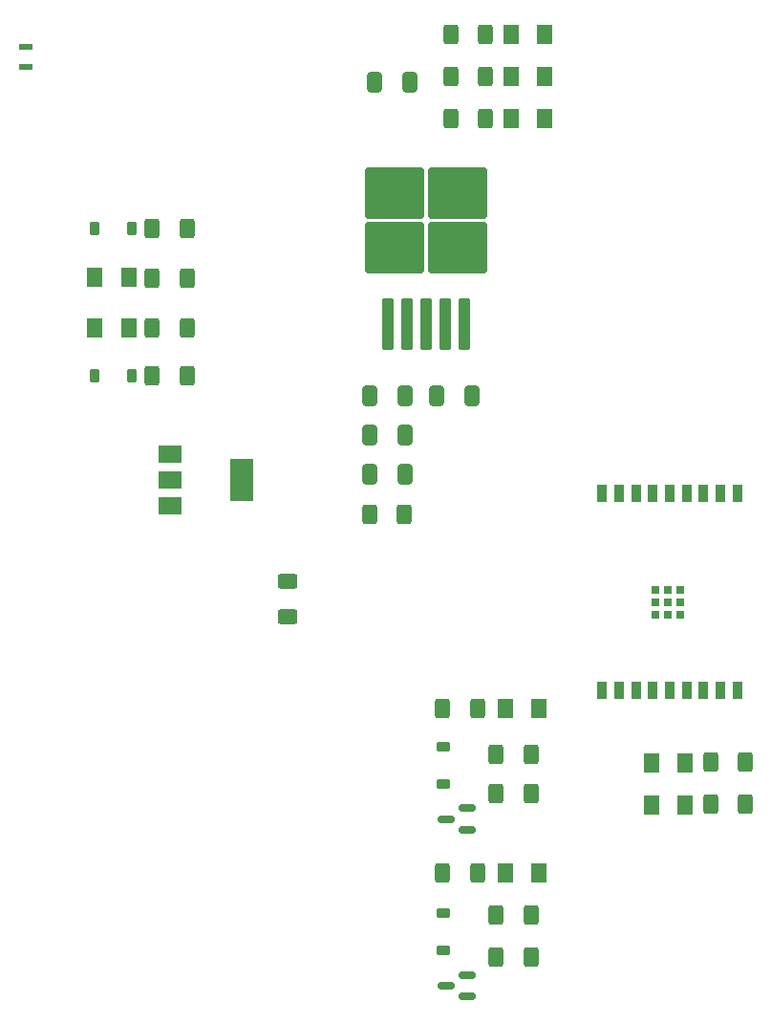
<source format=gbr>
%TF.GenerationSoftware,KiCad,Pcbnew,7.0.2*%
%TF.CreationDate,2024-04-28T14:31:10+04:00*%
%TF.ProjectId,Hope,486f7065-2e6b-4696-9361-645f70636258,rev?*%
%TF.SameCoordinates,Original*%
%TF.FileFunction,Paste,Top*%
%TF.FilePolarity,Positive*%
%FSLAX46Y46*%
G04 Gerber Fmt 4.6, Leading zero omitted, Abs format (unit mm)*
G04 Created by KiCad (PCBNEW 7.0.2) date 2024-04-28 14:31:10*
%MOMM*%
%LPD*%
G01*
G04 APERTURE LIST*
G04 Aperture macros list*
%AMRoundRect*
0 Rectangle with rounded corners*
0 $1 Rounding radius*
0 $2 $3 $4 $5 $6 $7 $8 $9 X,Y pos of 4 corners*
0 Add a 4 corners polygon primitive as box body*
4,1,4,$2,$3,$4,$5,$6,$7,$8,$9,$2,$3,0*
0 Add four circle primitives for the rounded corners*
1,1,$1+$1,$2,$3*
1,1,$1+$1,$4,$5*
1,1,$1+$1,$6,$7*
1,1,$1+$1,$8,$9*
0 Add four rect primitives between the rounded corners*
20,1,$1+$1,$2,$3,$4,$5,0*
20,1,$1+$1,$4,$5,$6,$7,0*
20,1,$1+$1,$6,$7,$8,$9,0*
20,1,$1+$1,$8,$9,$2,$3,0*%
G04 Aperture macros list end*
%ADD10R,0.900000X1.500000*%
%ADD11R,0.700000X0.700000*%
%ADD12RoundRect,0.250000X0.400000X0.625000X-0.400000X0.625000X-0.400000X-0.625000X0.400000X-0.625000X0*%
%ADD13RoundRect,0.250001X-0.462499X-0.624999X0.462499X-0.624999X0.462499X0.624999X-0.462499X0.624999X0*%
%ADD14RoundRect,0.250000X-0.400000X-0.625000X0.400000X-0.625000X0.400000X0.625000X-0.400000X0.625000X0*%
%ADD15RoundRect,0.225000X0.225000X0.375000X-0.225000X0.375000X-0.225000X-0.375000X0.225000X-0.375000X0*%
%ADD16RoundRect,0.250000X-0.412500X-0.650000X0.412500X-0.650000X0.412500X0.650000X-0.412500X0.650000X0*%
%ADD17RoundRect,0.225000X-0.375000X0.225000X-0.375000X-0.225000X0.375000X-0.225000X0.375000X0.225000X0*%
%ADD18RoundRect,0.250001X0.462499X0.624999X-0.462499X0.624999X-0.462499X-0.624999X0.462499X-0.624999X0*%
%ADD19RoundRect,0.250000X0.300000X-2.050000X0.300000X2.050000X-0.300000X2.050000X-0.300000X-2.050000X0*%
%ADD20RoundRect,0.250000X2.375000X-2.025000X2.375000X2.025000X-2.375000X2.025000X-2.375000X-2.025000X0*%
%ADD21RoundRect,0.250000X-0.625000X0.400000X-0.625000X-0.400000X0.625000X-0.400000X0.625000X0.400000X0*%
%ADD22R,1.250000X0.600000*%
%ADD23R,2.000000X1.500000*%
%ADD24R,2.000000X3.800000*%
%ADD25RoundRect,0.150000X0.587500X0.150000X-0.587500X0.150000X-0.587500X-0.150000X0.587500X-0.150000X0*%
G04 APERTURE END LIST*
D10*
%TO.C,U3*%
X165100000Y-103140000D03*
X163600000Y-103140000D03*
X162100000Y-103140000D03*
X160600000Y-103140000D03*
X159100000Y-103140000D03*
X157600000Y-103140000D03*
X156100000Y-103140000D03*
X154600000Y-103140000D03*
X153100000Y-103140000D03*
X153100000Y-120640000D03*
X154600000Y-120640000D03*
X156100000Y-120640000D03*
X157600000Y-120640000D03*
X159100000Y-120640000D03*
X160600000Y-120640000D03*
X162100000Y-120640000D03*
X163600000Y-120640000D03*
X165100000Y-120640000D03*
D11*
X160000000Y-111750000D03*
X158900000Y-111750000D03*
X157800000Y-111750000D03*
X160000000Y-112800000D03*
X158900000Y-112800000D03*
X157800000Y-112800000D03*
X160000000Y-113950000D03*
X158900000Y-113950000D03*
X157800000Y-113950000D03*
%TD*%
D12*
%TO.C,R16*%
X162700000Y-130700000D03*
X165800000Y-130700000D03*
%TD*%
D13*
%TO.C,DL1*%
X108162500Y-84056666D03*
X111137500Y-84056666D03*
%TD*%
D14*
%TO.C,R3*%
X139700000Y-70000000D03*
X142800000Y-70000000D03*
%TD*%
D15*
%TO.C,D11*%
X111400000Y-92750000D03*
X108100000Y-92750000D03*
%TD*%
D16*
%TO.C,C10*%
X132500000Y-101500000D03*
X135625000Y-101500000D03*
%TD*%
%TO.C,C4*%
X132500000Y-98000000D03*
X135625000Y-98000000D03*
%TD*%
D17*
%TO.C,D6*%
X139000000Y-125600000D03*
X139000000Y-128900000D03*
%TD*%
D14*
%TO.C,R2*%
X139700000Y-66250000D03*
X142800000Y-66250000D03*
%TD*%
D12*
%TO.C,R9*%
X146800000Y-144250000D03*
X143700000Y-144250000D03*
%TD*%
D14*
%TO.C,R14*%
X113200000Y-88503334D03*
X116300000Y-88503334D03*
%TD*%
D16*
%TO.C,C2*%
X132500000Y-94500000D03*
X135625000Y-94500000D03*
%TD*%
D14*
%TO.C,R8*%
X138950000Y-136750000D03*
X142050000Y-136750000D03*
%TD*%
D12*
%TO.C,R17*%
X162700000Y-127000000D03*
X165800000Y-127000000D03*
%TD*%
D18*
%TO.C,DL8*%
X145012500Y-66250000D03*
X147987500Y-66250000D03*
%TD*%
%TO.C,DL9*%
X148032500Y-70000000D03*
X145057500Y-70000000D03*
%TD*%
D16*
%TO.C,C3*%
X132937500Y-66750000D03*
X136062500Y-66750000D03*
%TD*%
D14*
%TO.C,R6*%
X132482500Y-105000000D03*
X135582500Y-105000000D03*
%TD*%
D13*
%TO.C,DL6*%
X160487500Y-130750000D03*
X157512500Y-130750000D03*
%TD*%
D12*
%TO.C,R13*%
X116300000Y-92750000D03*
X113200000Y-92750000D03*
%TD*%
D13*
%TO.C,DL3*%
X144512500Y-122250000D03*
X147487500Y-122250000D03*
%TD*%
%TO.C,DL4*%
X144512500Y-136750000D03*
X147487500Y-136750000D03*
%TD*%
%TO.C,DL2*%
X108162500Y-88500000D03*
X111137500Y-88500000D03*
%TD*%
D17*
%TO.C,D8*%
X139000000Y-140350000D03*
X139000000Y-143650000D03*
%TD*%
D13*
%TO.C,DL5*%
X160487500Y-127050000D03*
X157512500Y-127050000D03*
%TD*%
D14*
%TO.C,R12*%
X113200000Y-84083333D03*
X116300000Y-84083333D03*
%TD*%
D19*
%TO.C,U2*%
X134100000Y-88150000D03*
X135800000Y-88150000D03*
X137500000Y-88150000D03*
D20*
X134725000Y-81425000D03*
X140275000Y-81425000D03*
X134725000Y-76575000D03*
X140275000Y-76575000D03*
D19*
X139200000Y-88150000D03*
X140900000Y-88150000D03*
%TD*%
D14*
%TO.C,R4*%
X138950000Y-122250000D03*
X142050000Y-122250000D03*
%TD*%
D12*
%TO.C,R10*%
X146800000Y-140500000D03*
X143700000Y-140500000D03*
%TD*%
%TO.C,R7*%
X146800000Y-126250000D03*
X143700000Y-126250000D03*
%TD*%
D18*
%TO.C,DL7*%
X145012500Y-62500000D03*
X147987500Y-62500000D03*
%TD*%
D14*
%TO.C,R1*%
X139700000Y-62500000D03*
X142800000Y-62500000D03*
%TD*%
D21*
%TO.C,R15*%
X125250000Y-110950000D03*
X125250000Y-114050000D03*
%TD*%
D22*
%TO.C,FB1*%
X102000000Y-65400000D03*
X102000000Y-63600000D03*
%TD*%
D12*
%TO.C,R11*%
X113200000Y-79750000D03*
X116300000Y-79750000D03*
%TD*%
%TO.C,R5*%
X146800000Y-129750000D03*
X143700000Y-129750000D03*
%TD*%
D15*
%TO.C,D9*%
X108100000Y-79720000D03*
X111400000Y-79720000D03*
%TD*%
D23*
%TO.C,U1*%
X114850000Y-99700000D03*
X114850000Y-102000000D03*
D24*
X121150000Y-102000000D03*
D23*
X114850000Y-104300000D03*
%TD*%
D25*
%TO.C,Q2*%
X141187500Y-147700000D03*
X141187500Y-145800000D03*
X139312500Y-146750000D03*
%TD*%
D16*
%TO.C,C7*%
X138437500Y-94500000D03*
X141562500Y-94500000D03*
%TD*%
D25*
%TO.C,Q1*%
X141187500Y-132950000D03*
X141187500Y-131050000D03*
X139312500Y-132000000D03*
%TD*%
M02*

</source>
